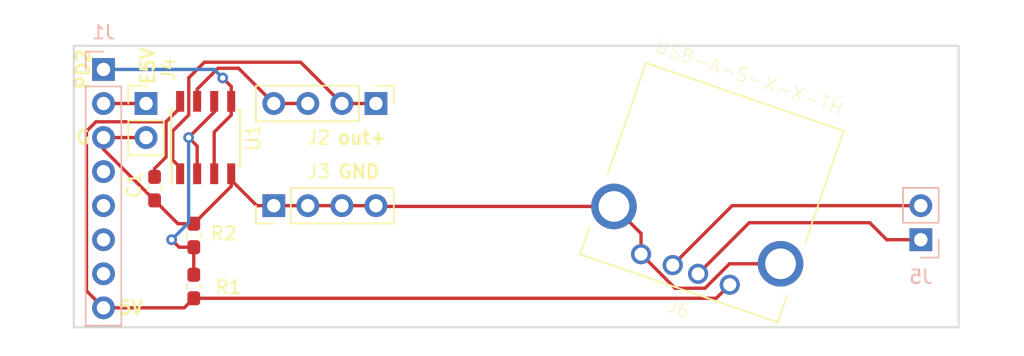
<source format=kicad_pcb>
(kicad_pcb (version 20171130) (host pcbnew "(5.0.0-rc2-178-g3c7b91b96)")

  (general
    (thickness 1.6)
    (drawings 10)
    (tracks 79)
    (zones 0)
    (modules 10)
    (nets 14)
  )

  (page A4)
  (layers
    (0 F.Cu signal)
    (31 B.Cu signal)
    (32 B.Adhes user)
    (33 F.Adhes user)
    (34 B.Paste user)
    (35 F.Paste user)
    (36 B.SilkS user)
    (37 F.SilkS user)
    (38 B.Mask user)
    (39 F.Mask user)
    (40 Dwgs.User user)
    (41 Cmts.User user)
    (42 Eco1.User user)
    (43 Eco2.User user)
    (44 Edge.Cuts user)
    (45 Margin user)
    (46 B.CrtYd user)
    (47 F.CrtYd user)
    (48 B.Fab user)
    (49 F.Fab user)
  )

  (setup
    (last_trace_width 0.25)
    (trace_clearance 0.2)
    (zone_clearance 0.508)
    (zone_45_only no)
    (trace_min 0.2)
    (segment_width 0.2)
    (edge_width 0.15)
    (via_size 0.8)
    (via_drill 0.4)
    (via_min_size 0.4)
    (via_min_drill 0.3)
    (uvia_size 0.3)
    (uvia_drill 0.1)
    (uvias_allowed no)
    (uvia_min_size 0.2)
    (uvia_min_drill 0.1)
    (pcb_text_width 0.3)
    (pcb_text_size 1.5 1.5)
    (mod_edge_width 0.15)
    (mod_text_size 1 1)
    (mod_text_width 0.15)
    (pad_size 1.524 1.524)
    (pad_drill 0.762)
    (pad_to_mask_clearance 0.2)
    (aux_axis_origin 0 0)
    (visible_elements 7FFFFFFF)
    (pcbplotparams
      (layerselection 0x010fc_ffffffff)
      (usegerberextensions true)
      (usegerberattributes false)
      (usegerberadvancedattributes false)
      (creategerberjobfile false)
      (excludeedgelayer true)
      (linewidth 0.100000)
      (plotframeref false)
      (viasonmask false)
      (mode 1)
      (useauxorigin false)
      (hpglpennumber 1)
      (hpglpenspeed 20)
      (hpglpendiameter 15.000000)
      (psnegative false)
      (psa4output false)
      (plotreference true)
      (plotvalue true)
      (plotinvisibletext false)
      (padsonsilk false)
      (subtractmaskfromsilk false)
      (outputformat 1)
      (mirror false)
      (drillshape 0)
      (scaleselection 1)
      (outputdirectory ""))
  )

  (net 0 "")
  (net 1 "Net-(J2-Pad1)")
  (net 2 "Net-(J2-Pad3)")
  (net 3 /5V)
  (net 4 "Net-(R1-Pad1)")
  (net 5 /G)
  (net 6 /PD2)
  (net 7 "Net-(J1-Pad2)")
  (net 8 "Net-(J1-Pad4)")
  (net 9 "Net-(J1-Pad5)")
  (net 10 "Net-(J1-Pad6)")
  (net 11 "Net-(J1-Pad7)")
  (net 12 /wit)
  (net 13 /geel)

  (net_class Default "This is the default net class."
    (clearance 0.2)
    (trace_width 0.25)
    (via_dia 0.8)
    (via_drill 0.4)
    (uvia_dia 0.3)
    (uvia_drill 0.1)
    (add_net /5V)
    (add_net /G)
    (add_net /PD2)
    (add_net /geel)
    (add_net /wit)
    (add_net "Net-(J1-Pad2)")
    (add_net "Net-(J1-Pad4)")
    (add_net "Net-(J1-Pad5)")
    (add_net "Net-(J1-Pad6)")
    (add_net "Net-(J1-Pad7)")
    (add_net "Net-(J2-Pad1)")
    (add_net "Net-(J2-Pad3)")
    (add_net "Net-(R1-Pad1)")
  )

  (module Connector_PinSocket_2.54mm:PinSocket_1x02_P2.54mm_Vertical (layer B.Cu) (tedit 5A19A420) (tstamp 5B6D0276)
    (at 170.18 77.47)
    (descr "Through hole straight socket strip, 1x02, 2.54mm pitch, single row (from Kicad 4.0.7), script generated")
    (tags "Through hole socket strip THT 1x02 2.54mm single row")
    (path /5B6D57D1)
    (fp_text reference J5 (at 0 2.77) (layer B.SilkS)
      (effects (font (size 1 1) (thickness 0.15)) (justify mirror))
    )
    (fp_text value Conn_01x02_Female (at 0 -5.31) (layer B.Fab)
      (effects (font (size 1 1) (thickness 0.15)) (justify mirror))
    )
    (fp_line (start -1.27 1.27) (end 0.635 1.27) (layer B.Fab) (width 0.1))
    (fp_line (start 0.635 1.27) (end 1.27 0.635) (layer B.Fab) (width 0.1))
    (fp_line (start 1.27 0.635) (end 1.27 -3.81) (layer B.Fab) (width 0.1))
    (fp_line (start 1.27 -3.81) (end -1.27 -3.81) (layer B.Fab) (width 0.1))
    (fp_line (start -1.27 -3.81) (end -1.27 1.27) (layer B.Fab) (width 0.1))
    (fp_line (start -1.33 -1.27) (end 1.33 -1.27) (layer B.SilkS) (width 0.12))
    (fp_line (start -1.33 -1.27) (end -1.33 -3.87) (layer B.SilkS) (width 0.12))
    (fp_line (start -1.33 -3.87) (end 1.33 -3.87) (layer B.SilkS) (width 0.12))
    (fp_line (start 1.33 -1.27) (end 1.33 -3.87) (layer B.SilkS) (width 0.12))
    (fp_line (start 1.33 1.33) (end 1.33 0) (layer B.SilkS) (width 0.12))
    (fp_line (start 0 1.33) (end 1.33 1.33) (layer B.SilkS) (width 0.12))
    (fp_line (start -1.8 1.8) (end 1.75 1.8) (layer B.CrtYd) (width 0.05))
    (fp_line (start 1.75 1.8) (end 1.75 -4.3) (layer B.CrtYd) (width 0.05))
    (fp_line (start 1.75 -4.3) (end -1.8 -4.3) (layer B.CrtYd) (width 0.05))
    (fp_line (start -1.8 -4.3) (end -1.8 1.8) (layer B.CrtYd) (width 0.05))
    (fp_text user %R (at 0 -1.27 -90) (layer B.Fab)
      (effects (font (size 1 1) (thickness 0.15)) (justify mirror))
    )
    (pad 1 thru_hole rect (at 0 0) (size 1.7 1.7) (drill 1) (layers *.Cu *.Mask)
      (net 12 /wit))
    (pad 2 thru_hole oval (at 0 -2.54) (size 1.7 1.7) (drill 1) (layers *.Cu *.Mask)
      (net 13 /geel))
    (model ${KISYS3DMOD}/Connector_PinSocket_2.54mm.3dshapes/PinSocket_1x02_P2.54mm_Vertical.wrl
      (at (xyz 0 0 0))
      (scale (xyz 1 1 1))
      (rotate (xyz 0 0 0))
    )
  )

  (module USB-A-S-X-X-TH:USB-A-S-X-X-TH (layer F.Cu) (tedit 0) (tstamp 5B6D073C)
    (at 153.506023 77.126042 161)
    (descr "USB-A, SINGLE THRU HOLE.")
    (path /5B6C71D9)
    (fp_text reference J6 (at -0.461509 -5.65362 161) (layer F.SilkS)
      (effects (font (size 1.00331 1.00331) (thickness 0.05)))
    )
    (fp_text value USB-A-S-X-X-TH (at 0.17548 12.3984 161) (layer F.SilkS)
      (effects (font (size 1.00271 1.00271) (thickness 0.05)))
    )
    (fp_line (start -7.800001 -2.08) (end -7.8 -4.2) (layer F.SilkS) (width 0.127))
    (fp_line (start -7.8 10.900001) (end -7.8 2.08) (layer F.SilkS) (width 0.127))
    (fp_line (start 7.8 10.9) (end -7.8 10.900001) (layer F.SilkS) (width 0.127))
    (fp_line (start 7.800001 2.08) (end 7.8 10.9) (layer F.SilkS) (width 0.127))
    (fp_line (start 7.8 -4.2) (end 7.8 -2.08) (layer F.SilkS) (width 0.127))
    (fp_line (start -7.8 -4.2) (end 7.8 -4.2) (layer F.SilkS) (width 0.127))
    (fp_line (start -7.3 10.4) (end -7.3 -3.7) (layer Dwgs.User) (width 0.127))
    (fp_line (start 7.3 10.4) (end -7.3 10.4) (layer Dwgs.User) (width 0.127))
    (fp_line (start 7.3 -3.7) (end 7.3 10.4) (layer Dwgs.User) (width 0.127))
    (fp_line (start -7.3 -3.7) (end 7.3 -3.7) (layer Dwgs.User) (width 0.127))
    (pad 6 thru_hole circle (at 6.57 0 161) (size 3.4 3.4) (drill 2.29) (layers *.Cu *.Mask)
      (net 5 /G))
    (pad 5 thru_hole circle (at -6.57 0 161) (size 3.4 3.4) (drill 2.29) (layers *.Cu *.Mask)
      (net 5 /G))
    (pad 4 thru_hole circle (at 3.5 -2.710001 161) (size 1.5 1.5) (drill 0.98) (layers *.Cu *.Mask)
      (net 5 /G))
    (pad 3 thru_hole circle (at 1 -2.71 161) (size 1.5 1.5) (drill 0.98) (layers *.Cu *.Mask)
      (net 13 /geel))
    (pad 2 thru_hole circle (at -1 -2.71 161) (size 1.5 1.5) (drill 0.98) (layers *.Cu *.Mask)
      (net 12 /wit))
    (pad 1 thru_hole circle (at -3.500001 -2.71 161) (size 1.5 1.5) (drill 0.98) (layers *.Cu *.Mask)
      (net 3 /5V))
  )

  (module Capacitor_SMD:C_0603_1608Metric_Pad1.05x0.95mm_HandSolder (layer F.Cu) (tedit 5B20DC38) (tstamp 5B7ABD81)
    (at 113.03 73.66 270)
    (descr "Capacitor SMD 0603 (1608 Metric), square (rectangular) end terminal, IPC_7351 nominal with elongated pad for handsoldering. (Body size source: http://www.tortai-tech.com/upload/download/2011102023233369053.pdf), generated with kicad-footprint-generator")
    (tags "capacitor handsolder")
    (path /5B6D1045)
    (attr smd)
    (fp_text reference C1 (at -0.254 1.524 270) (layer F.SilkS)
      (effects (font (size 1 1) (thickness 0.15)))
    )
    (fp_text value 1u (at 0 1.43 270) (layer F.Fab)
      (effects (font (size 1 1) (thickness 0.15)))
    )
    (fp_line (start -0.8 0.4) (end -0.8 -0.4) (layer F.Fab) (width 0.1))
    (fp_line (start -0.8 -0.4) (end 0.8 -0.4) (layer F.Fab) (width 0.1))
    (fp_line (start 0.8 -0.4) (end 0.8 0.4) (layer F.Fab) (width 0.1))
    (fp_line (start 0.8 0.4) (end -0.8 0.4) (layer F.Fab) (width 0.1))
    (fp_line (start -0.171267 -0.51) (end 0.171267 -0.51) (layer F.SilkS) (width 0.12))
    (fp_line (start -0.171267 0.51) (end 0.171267 0.51) (layer F.SilkS) (width 0.12))
    (fp_line (start -1.65 0.73) (end -1.65 -0.73) (layer F.CrtYd) (width 0.05))
    (fp_line (start -1.65 -0.73) (end 1.65 -0.73) (layer F.CrtYd) (width 0.05))
    (fp_line (start 1.65 -0.73) (end 1.65 0.73) (layer F.CrtYd) (width 0.05))
    (fp_line (start 1.65 0.73) (end -1.65 0.73) (layer F.CrtYd) (width 0.05))
    (fp_text user %R (at 0 0 270) (layer F.Fab)
      (effects (font (size 0.4 0.4) (thickness 0.06)))
    )
    (pad 1 smd roundrect (at -0.875 0 270) (size 1.05 0.95) (layers F.Cu F.Paste F.Mask) (roundrect_rratio 0.25)
      (net 3 /5V))
    (pad 2 smd roundrect (at 0.875 0 270) (size 1.05 0.95) (layers F.Cu F.Paste F.Mask) (roundrect_rratio 0.25)
      (net 5 /G))
    (model ${KISYS3DMOD}/Capacitor_SMD.3dshapes/C_0603_1608Metric.wrl
      (at (xyz 0 0 0))
      (scale (xyz 1 1 1))
      (rotate (xyz 0 0 0))
    )
  )

  (module Connector_PinHeader_2.54mm:PinHeader_1x02_P2.54mm_Vertical (layer F.Cu) (tedit 59FED5CC) (tstamp 5B7AAE25)
    (at 112.395 67.31)
    (descr "Through hole straight pin header, 1x02, 2.54mm pitch, single row")
    (tags "Through hole pin header THT 1x02 2.54mm single row")
    (path /5B6CF0FB)
    (fp_text reference J4 (at 1.651 -2.54 90) (layer F.SilkS)
      (effects (font (size 1 1) (thickness 0.15)))
    )
    (fp_text value Conn_01x02_Male (at 0 4.87) (layer F.Fab)
      (effects (font (size 1 1) (thickness 0.15)))
    )
    (fp_line (start -0.635 -1.27) (end 1.27 -1.27) (layer F.Fab) (width 0.1))
    (fp_line (start 1.27 -1.27) (end 1.27 3.81) (layer F.Fab) (width 0.1))
    (fp_line (start 1.27 3.81) (end -1.27 3.81) (layer F.Fab) (width 0.1))
    (fp_line (start -1.27 3.81) (end -1.27 -0.635) (layer F.Fab) (width 0.1))
    (fp_line (start -1.27 -0.635) (end -0.635 -1.27) (layer F.Fab) (width 0.1))
    (fp_line (start -1.33 3.87) (end 1.33 3.87) (layer F.SilkS) (width 0.12))
    (fp_line (start -1.33 1.27) (end -1.33 3.87) (layer F.SilkS) (width 0.12))
    (fp_line (start 1.33 1.27) (end 1.33 3.87) (layer F.SilkS) (width 0.12))
    (fp_line (start -1.33 1.27) (end 1.33 1.27) (layer F.SilkS) (width 0.12))
    (fp_line (start -1.33 0) (end -1.33 -1.33) (layer F.SilkS) (width 0.12))
    (fp_line (start -1.33 -1.33) (end 0 -1.33) (layer F.SilkS) (width 0.12))
    (fp_line (start -1.8 -1.8) (end -1.8 4.35) (layer F.CrtYd) (width 0.05))
    (fp_line (start -1.8 4.35) (end 1.8 4.35) (layer F.CrtYd) (width 0.05))
    (fp_line (start 1.8 4.35) (end 1.8 -1.8) (layer F.CrtYd) (width 0.05))
    (fp_line (start 1.8 -1.8) (end -1.8 -1.8) (layer F.CrtYd) (width 0.05))
    (fp_text user %R (at 0 1.27 90) (layer F.Fab)
      (effects (font (size 1 1) (thickness 0.15)))
    )
    (pad 1 thru_hole rect (at 0 0) (size 1.7 1.7) (drill 1) (layers *.Cu *.Mask)
      (net 7 "Net-(J1-Pad2)"))
    (pad 2 thru_hole oval (at 0 2.54) (size 1.7 1.7) (drill 1) (layers *.Cu *.Mask)
      (net 5 /G))
    (model ${KISYS3DMOD}/Connector_PinHeader_2.54mm.3dshapes/PinHeader_1x02_P2.54mm_Vertical.wrl
      (at (xyz 0 0 0))
      (scale (xyz 1 1 1))
      (rotate (xyz 0 0 0))
    )
  )

  (module Package_SO:SOIC-8_3.9x4.9mm_P1.27mm (layer F.Cu) (tedit 5A02F2D3) (tstamp 5B7708B1)
    (at 116.84 69.85 90)
    (descr "8-Lead Plastic Small Outline (SN) - Narrow, 3.90 mm Body [SOIC] (see Microchip Packaging Specification 00000049BS.pdf)")
    (tags "SOIC 1.27")
    (path /5B6C60D9)
    (attr smd)
    (fp_text reference U1 (at 0 3.556 90) (layer F.SilkS)
      (effects (font (size 1 1) (thickness 0.15)))
    )
    (fp_text value OPA2325 (at 0 3.5 90) (layer F.Fab)
      (effects (font (size 1 1) (thickness 0.15)))
    )
    (fp_text user %R (at 0 0 90) (layer F.Fab)
      (effects (font (size 1 1) (thickness 0.15)))
    )
    (fp_line (start -0.95 -2.45) (end 1.95 -2.45) (layer F.Fab) (width 0.1))
    (fp_line (start 1.95 -2.45) (end 1.95 2.45) (layer F.Fab) (width 0.1))
    (fp_line (start 1.95 2.45) (end -1.95 2.45) (layer F.Fab) (width 0.1))
    (fp_line (start -1.95 2.45) (end -1.95 -1.45) (layer F.Fab) (width 0.1))
    (fp_line (start -1.95 -1.45) (end -0.95 -2.45) (layer F.Fab) (width 0.1))
    (fp_line (start -3.73 -2.7) (end -3.73 2.7) (layer F.CrtYd) (width 0.05))
    (fp_line (start 3.73 -2.7) (end 3.73 2.7) (layer F.CrtYd) (width 0.05))
    (fp_line (start -3.73 -2.7) (end 3.73 -2.7) (layer F.CrtYd) (width 0.05))
    (fp_line (start -3.73 2.7) (end 3.73 2.7) (layer F.CrtYd) (width 0.05))
    (fp_line (start -2.075 -2.575) (end -2.075 -2.525) (layer F.SilkS) (width 0.15))
    (fp_line (start 2.075 -2.575) (end 2.075 -2.43) (layer F.SilkS) (width 0.15))
    (fp_line (start 2.075 2.575) (end 2.075 2.43) (layer F.SilkS) (width 0.15))
    (fp_line (start -2.075 2.575) (end -2.075 2.43) (layer F.SilkS) (width 0.15))
    (fp_line (start -2.075 -2.575) (end 2.075 -2.575) (layer F.SilkS) (width 0.15))
    (fp_line (start -2.075 2.575) (end 2.075 2.575) (layer F.SilkS) (width 0.15))
    (fp_line (start -2.075 -2.525) (end -3.475 -2.525) (layer F.SilkS) (width 0.15))
    (pad 1 smd rect (at -2.7 -1.905 90) (size 1.55 0.6) (layers F.Cu F.Paste F.Mask)
      (net 1 "Net-(J2-Pad1)"))
    (pad 2 smd rect (at -2.7 -0.635 90) (size 1.55 0.6) (layers F.Cu F.Paste F.Mask)
      (net 4 "Net-(R1-Pad1)"))
    (pad 3 smd rect (at -2.7 0.635 90) (size 1.55 0.6) (layers F.Cu F.Paste F.Mask)
      (net 6 /PD2))
    (pad 4 smd rect (at -2.7 1.905 90) (size 1.55 0.6) (layers F.Cu F.Paste F.Mask)
      (net 5 /G))
    (pad 5 smd rect (at 2.7 1.905 90) (size 1.55 0.6) (layers F.Cu F.Paste F.Mask)
      (net 6 /PD2))
    (pad 6 smd rect (at 2.7 0.635 90) (size 1.55 0.6) (layers F.Cu F.Paste F.Mask)
      (net 4 "Net-(R1-Pad1)"))
    (pad 7 smd rect (at 2.7 -0.635 90) (size 1.55 0.6) (layers F.Cu F.Paste F.Mask)
      (net 2 "Net-(J2-Pad3)"))
    (pad 8 smd rect (at 2.7 -1.905 90) (size 1.55 0.6) (layers F.Cu F.Paste F.Mask)
      (net 3 /5V))
    (model ${KISYS3DMOD}/Package_SO.3dshapes/SOIC-8_3.9x4.9mm_P1.27mm.wrl
      (at (xyz 0 0 0))
      (scale (xyz 1 1 1))
      (rotate (xyz 0 0 0))
    )
  )

  (module Connector_PinHeader_2.54mm:PinHeader_1x04_P2.54mm_Vertical (layer F.Cu) (tedit 59FED5CC) (tstamp 5B7708C9)
    (at 129.54 67.31 270)
    (descr "Through hole straight pin header, 1x04, 2.54mm pitch, single row")
    (tags "Through hole pin header THT 1x04 2.54mm single row")
    (path /5B6C68ED)
    (fp_text reference J2 (at 2.54 4.27) (layer F.SilkS)
      (effects (font (size 1 1) (thickness 0.15)))
    )
    (fp_text value Conn_01x04_Female (at 0 9.95 270) (layer F.Fab)
      (effects (font (size 1 1) (thickness 0.15)))
    )
    (fp_line (start -0.635 -1.27) (end 1.27 -1.27) (layer F.Fab) (width 0.1))
    (fp_line (start 1.27 -1.27) (end 1.27 8.89) (layer F.Fab) (width 0.1))
    (fp_line (start 1.27 8.89) (end -1.27 8.89) (layer F.Fab) (width 0.1))
    (fp_line (start -1.27 8.89) (end -1.27 -0.635) (layer F.Fab) (width 0.1))
    (fp_line (start -1.27 -0.635) (end -0.635 -1.27) (layer F.Fab) (width 0.1))
    (fp_line (start -1.33 8.95) (end 1.33 8.95) (layer F.SilkS) (width 0.12))
    (fp_line (start -1.33 1.27) (end -1.33 8.95) (layer F.SilkS) (width 0.12))
    (fp_line (start 1.33 1.27) (end 1.33 8.95) (layer F.SilkS) (width 0.12))
    (fp_line (start -1.33 1.27) (end 1.33 1.27) (layer F.SilkS) (width 0.12))
    (fp_line (start -1.33 0) (end -1.33 -1.33) (layer F.SilkS) (width 0.12))
    (fp_line (start -1.33 -1.33) (end 0 -1.33) (layer F.SilkS) (width 0.12))
    (fp_line (start -1.8 -1.8) (end -1.8 9.4) (layer F.CrtYd) (width 0.05))
    (fp_line (start -1.8 9.4) (end 1.8 9.4) (layer F.CrtYd) (width 0.05))
    (fp_line (start 1.8 9.4) (end 1.8 -1.8) (layer F.CrtYd) (width 0.05))
    (fp_line (start 1.8 -1.8) (end -1.8 -1.8) (layer F.CrtYd) (width 0.05))
    (fp_text user %R (at 0 3.81) (layer F.Fab)
      (effects (font (size 1 1) (thickness 0.15)))
    )
    (pad 1 thru_hole rect (at 0 0 270) (size 1.7 1.7) (drill 1) (layers *.Cu *.Mask)
      (net 1 "Net-(J2-Pad1)"))
    (pad 2 thru_hole oval (at 0 2.54 270) (size 1.7 1.7) (drill 1) (layers *.Cu *.Mask)
      (net 1 "Net-(J2-Pad1)"))
    (pad 3 thru_hole oval (at 0 5.08 270) (size 1.7 1.7) (drill 1) (layers *.Cu *.Mask)
      (net 2 "Net-(J2-Pad3)"))
    (pad 4 thru_hole oval (at 0 7.62 270) (size 1.7 1.7) (drill 1) (layers *.Cu *.Mask)
      (net 2 "Net-(J2-Pad3)"))
    (model ${KISYS3DMOD}/Connector_PinHeader_2.54mm.3dshapes/PinHeader_1x04_P2.54mm_Vertical.wrl
      (at (xyz 0 0 0))
      (scale (xyz 1 1 1))
      (rotate (xyz 0 0 0))
    )
  )

  (module Connector_PinHeader_2.54mm:PinHeader_1x04_P2.54mm_Vertical (layer F.Cu) (tedit 59FED5CC) (tstamp 5B7708E1)
    (at 121.92 74.93 90)
    (descr "Through hole straight pin header, 1x04, 2.54mm pitch, single row")
    (tags "Through hole pin header THT 1x04 2.54mm single row")
    (path /5B6C69AC)
    (fp_text reference J3 (at 2.54 3.35 180) (layer F.SilkS)
      (effects (font (size 1 1) (thickness 0.15)))
    )
    (fp_text value Conn_01x04_Female (at 0 9.95 90) (layer F.Fab)
      (effects (font (size 1 1) (thickness 0.15)))
    )
    (fp_line (start -0.635 -1.27) (end 1.27 -1.27) (layer F.Fab) (width 0.1))
    (fp_line (start 1.27 -1.27) (end 1.27 8.89) (layer F.Fab) (width 0.1))
    (fp_line (start 1.27 8.89) (end -1.27 8.89) (layer F.Fab) (width 0.1))
    (fp_line (start -1.27 8.89) (end -1.27 -0.635) (layer F.Fab) (width 0.1))
    (fp_line (start -1.27 -0.635) (end -0.635 -1.27) (layer F.Fab) (width 0.1))
    (fp_line (start -1.33 8.95) (end 1.33 8.95) (layer F.SilkS) (width 0.12))
    (fp_line (start -1.33 1.27) (end -1.33 8.95) (layer F.SilkS) (width 0.12))
    (fp_line (start 1.33 1.27) (end 1.33 8.95) (layer F.SilkS) (width 0.12))
    (fp_line (start -1.33 1.27) (end 1.33 1.27) (layer F.SilkS) (width 0.12))
    (fp_line (start -1.33 0) (end -1.33 -1.33) (layer F.SilkS) (width 0.12))
    (fp_line (start -1.33 -1.33) (end 0 -1.33) (layer F.SilkS) (width 0.12))
    (fp_line (start -1.8 -1.8) (end -1.8 9.4) (layer F.CrtYd) (width 0.05))
    (fp_line (start -1.8 9.4) (end 1.8 9.4) (layer F.CrtYd) (width 0.05))
    (fp_line (start 1.8 9.4) (end 1.8 -1.8) (layer F.CrtYd) (width 0.05))
    (fp_line (start 1.8 -1.8) (end -1.8 -1.8) (layer F.CrtYd) (width 0.05))
    (fp_text user %R (at 0 3.81 180) (layer F.Fab)
      (effects (font (size 1 1) (thickness 0.15)))
    )
    (pad 1 thru_hole rect (at 0 0 90) (size 1.7 1.7) (drill 1) (layers *.Cu *.Mask)
      (net 5 /G))
    (pad 2 thru_hole oval (at 0 2.54 90) (size 1.7 1.7) (drill 1) (layers *.Cu *.Mask)
      (net 5 /G))
    (pad 3 thru_hole oval (at 0 5.08 90) (size 1.7 1.7) (drill 1) (layers *.Cu *.Mask)
      (net 5 /G))
    (pad 4 thru_hole oval (at 0 7.62 90) (size 1.7 1.7) (drill 1) (layers *.Cu *.Mask)
      (net 5 /G))
    (model ${KISYS3DMOD}/Connector_PinHeader_2.54mm.3dshapes/PinHeader_1x04_P2.54mm_Vertical.wrl
      (at (xyz 0 0 0))
      (scale (xyz 1 1 1))
      (rotate (xyz 0 0 0))
    )
  )

  (module Connector_PinSocket_2.54mm:PinSocket_1x08_P2.54mm_Vertical (layer B.Cu) (tedit 5A19A420) (tstamp 5B79DAB4)
    (at 109.22 64.77 180)
    (descr "Through hole straight socket strip, 1x08, 2.54mm pitch, single row (from Kicad 4.0.7), script generated")
    (tags "Through hole socket strip THT 1x08 2.54mm single row")
    (path /5B6CD379)
    (fp_text reference J1 (at 0 2.77 180) (layer B.SilkS)
      (effects (font (size 1 1) (thickness 0.15)) (justify mirror))
    )
    (fp_text value Conn_01x08_Female (at 0 -20.55 180) (layer B.Fab)
      (effects (font (size 1 1) (thickness 0.15)) (justify mirror))
    )
    (fp_line (start -1.27 1.27) (end 0.635 1.27) (layer B.Fab) (width 0.1))
    (fp_line (start 0.635 1.27) (end 1.27 0.635) (layer B.Fab) (width 0.1))
    (fp_line (start 1.27 0.635) (end 1.27 -19.05) (layer B.Fab) (width 0.1))
    (fp_line (start 1.27 -19.05) (end -1.27 -19.05) (layer B.Fab) (width 0.1))
    (fp_line (start -1.27 -19.05) (end -1.27 1.27) (layer B.Fab) (width 0.1))
    (fp_line (start -1.33 -1.27) (end 1.33 -1.27) (layer B.SilkS) (width 0.12))
    (fp_line (start -1.33 -1.27) (end -1.33 -19.11) (layer B.SilkS) (width 0.12))
    (fp_line (start -1.33 -19.11) (end 1.33 -19.11) (layer B.SilkS) (width 0.12))
    (fp_line (start 1.33 -1.27) (end 1.33 -19.11) (layer B.SilkS) (width 0.12))
    (fp_line (start 1.33 1.33) (end 1.33 0) (layer B.SilkS) (width 0.12))
    (fp_line (start 0 1.33) (end 1.33 1.33) (layer B.SilkS) (width 0.12))
    (fp_line (start -1.8 1.8) (end 1.75 1.8) (layer B.CrtYd) (width 0.05))
    (fp_line (start 1.75 1.8) (end 1.75 -19.55) (layer B.CrtYd) (width 0.05))
    (fp_line (start 1.75 -19.55) (end -1.8 -19.55) (layer B.CrtYd) (width 0.05))
    (fp_line (start -1.8 -19.55) (end -1.8 1.8) (layer B.CrtYd) (width 0.05))
    (fp_text user %R (at 0 -8.89 90) (layer B.Fab)
      (effects (font (size 1 1) (thickness 0.15)) (justify mirror))
    )
    (pad 1 thru_hole rect (at 0 0 180) (size 1.7 1.7) (drill 1) (layers *.Cu *.Mask)
      (net 6 /PD2))
    (pad 2 thru_hole oval (at 0 -2.54 180) (size 1.7 1.7) (drill 1) (layers *.Cu *.Mask)
      (net 7 "Net-(J1-Pad2)"))
    (pad 3 thru_hole oval (at 0 -5.08 180) (size 1.7 1.7) (drill 1) (layers *.Cu *.Mask)
      (net 5 /G))
    (pad 4 thru_hole oval (at 0 -7.62 180) (size 1.7 1.7) (drill 1) (layers *.Cu *.Mask)
      (net 8 "Net-(J1-Pad4)"))
    (pad 5 thru_hole oval (at 0 -10.16 180) (size 1.7 1.7) (drill 1) (layers *.Cu *.Mask)
      (net 9 "Net-(J1-Pad5)"))
    (pad 6 thru_hole oval (at 0 -12.7 180) (size 1.7 1.7) (drill 1) (layers *.Cu *.Mask)
      (net 10 "Net-(J1-Pad6)"))
    (pad 7 thru_hole oval (at 0 -15.24 180) (size 1.7 1.7) (drill 1) (layers *.Cu *.Mask)
      (net 11 "Net-(J1-Pad7)"))
    (pad 8 thru_hole oval (at 0 -17.78 180) (size 1.7 1.7) (drill 1) (layers *.Cu *.Mask)
      (net 3 /5V))
    (model ${KISYS3DMOD}/Connector_PinSocket_2.54mm.3dshapes/PinSocket_1x08_P2.54mm_Vertical.wrl
      (at (xyz 0 0 0))
      (scale (xyz 1 1 1))
      (rotate (xyz 0 0 0))
    )
  )

  (module Resistor_SMD:R_0603_1608Metric_Pad1.05x0.95mm_HandSolder (layer F.Cu) (tedit 5B20DC38) (tstamp 5B77179B)
    (at 115.95323 77.151859 90)
    (descr "Resistor SMD 0603 (1608 Metric), square (rectangular) end terminal, IPC_7351 nominal with elongated pad for handsoldering. (Body size source: http://www.tortai-tech.com/upload/download/2011102023233369053.pdf), generated with kicad-footprint-generator")
    (tags "resistor handsolder")
    (path /5B6C877C)
    (attr smd)
    (fp_text reference R2 (at 0.151859 2.23) (layer F.SilkS)
      (effects (font (size 1 1) (thickness 0.15)))
    )
    (fp_text value 1k5 (at 0 1.43 90) (layer F.Fab)
      (effects (font (size 1 1) (thickness 0.15)))
    )
    (fp_text user %R (at 0 0 90) (layer F.Fab)
      (effects (font (size 0.4 0.4) (thickness 0.06)))
    )
    (fp_line (start 1.65 0.73) (end -1.65 0.73) (layer F.CrtYd) (width 0.05))
    (fp_line (start 1.65 -0.73) (end 1.65 0.73) (layer F.CrtYd) (width 0.05))
    (fp_line (start -1.65 -0.73) (end 1.65 -0.73) (layer F.CrtYd) (width 0.05))
    (fp_line (start -1.65 0.73) (end -1.65 -0.73) (layer F.CrtYd) (width 0.05))
    (fp_line (start -0.171267 0.51) (end 0.171267 0.51) (layer F.SilkS) (width 0.12))
    (fp_line (start -0.171267 -0.51) (end 0.171267 -0.51) (layer F.SilkS) (width 0.12))
    (fp_line (start 0.8 0.4) (end -0.8 0.4) (layer F.Fab) (width 0.1))
    (fp_line (start 0.8 -0.4) (end 0.8 0.4) (layer F.Fab) (width 0.1))
    (fp_line (start -0.8 -0.4) (end 0.8 -0.4) (layer F.Fab) (width 0.1))
    (fp_line (start -0.8 0.4) (end -0.8 -0.4) (layer F.Fab) (width 0.1))
    (pad 2 smd roundrect (at 0.875 0 90) (size 1.05 0.95) (layers F.Cu F.Paste F.Mask) (roundrect_rratio 0.25)
      (net 5 /G))
    (pad 1 smd roundrect (at -0.875 0 90) (size 1.05 0.95) (layers F.Cu F.Paste F.Mask) (roundrect_rratio 0.25)
      (net 4 "Net-(R1-Pad1)"))
    (model ${KISYS3DMOD}/Resistor_SMD.3dshapes/R_0603_1608Metric.wrl
      (at (xyz 0 0 0))
      (scale (xyz 1 1 1))
      (rotate (xyz 0 0 0))
    )
  )

  (module Resistor_SMD:R_0603_1608Metric_Pad1.05x0.95mm_HandSolder (layer F.Cu) (tedit 5B20DC38) (tstamp 5B77178A)
    (at 115.95323 80.961859 270)
    (descr "Resistor SMD 0603 (1608 Metric), square (rectangular) end terminal, IPC_7351 nominal with elongated pad for handsoldering. (Body size source: http://www.tortai-tech.com/upload/download/2011102023233369053.pdf), generated with kicad-footprint-generator")
    (tags "resistor handsolder")
    (path /5B6C87FC)
    (attr smd)
    (fp_text reference R1 (at 0.038141 -2.58677) (layer F.SilkS)
      (effects (font (size 1 1) (thickness 0.15)))
    )
    (fp_text value 1k5 (at 0 1.43 270) (layer F.Fab)
      (effects (font (size 1 1) (thickness 0.15)))
    )
    (fp_line (start -0.8 0.4) (end -0.8 -0.4) (layer F.Fab) (width 0.1))
    (fp_line (start -0.8 -0.4) (end 0.8 -0.4) (layer F.Fab) (width 0.1))
    (fp_line (start 0.8 -0.4) (end 0.8 0.4) (layer F.Fab) (width 0.1))
    (fp_line (start 0.8 0.4) (end -0.8 0.4) (layer F.Fab) (width 0.1))
    (fp_line (start -0.171267 -0.51) (end 0.171267 -0.51) (layer F.SilkS) (width 0.12))
    (fp_line (start -0.171267 0.51) (end 0.171267 0.51) (layer F.SilkS) (width 0.12))
    (fp_line (start -1.65 0.73) (end -1.65 -0.73) (layer F.CrtYd) (width 0.05))
    (fp_line (start -1.65 -0.73) (end 1.65 -0.73) (layer F.CrtYd) (width 0.05))
    (fp_line (start 1.65 -0.73) (end 1.65 0.73) (layer F.CrtYd) (width 0.05))
    (fp_line (start 1.65 0.73) (end -1.65 0.73) (layer F.CrtYd) (width 0.05))
    (fp_text user %R (at 0 0 270) (layer F.Fab)
      (effects (font (size 0.4 0.4) (thickness 0.06)))
    )
    (pad 1 smd roundrect (at -0.875 0 270) (size 1.05 0.95) (layers F.Cu F.Paste F.Mask) (roundrect_rratio 0.25)
      (net 4 "Net-(R1-Pad1)"))
    (pad 2 smd roundrect (at 0.875 0 270) (size 1.05 0.95) (layers F.Cu F.Paste F.Mask) (roundrect_rratio 0.25)
      (net 3 /5V))
    (model ${KISYS3DMOD}/Resistor_SMD.3dshapes/R_0603_1608Metric.wrl
      (at (xyz 0 0 0))
      (scale (xyz 1 1 1))
      (rotate (xyz 0 0 0))
    )
  )

  (gr_line (start 173 63) (end 173 84) (layer Edge.Cuts) (width 0.15))
  (gr_text E5V (at 112.522 64.516 90) (layer F.SilkS)
    (effects (font (size 1 1) (thickness 0.2)))
  )
  (gr_text G (at 107.696 69.85) (layer F.SilkS) (tstamp 5B7AAFA9)
    (effects (font (size 1 1) (thickness 0.2)))
  )
  (gr_text 5V (at 111.252 82.55) (layer F.SilkS)
    (effects (font (size 1 1) (thickness 0.2)))
  )
  (gr_text PD2 (at 107.696 64.77 90) (layer F.SilkS)
    (effects (font (size 1 1) (thickness 0.2)))
  )
  (gr_text out+ (at 128.524 69.85) (layer F.SilkS)
    (effects (font (size 1 1) (thickness 0.2)))
  )
  (gr_text GND (at 128.27 72.39) (layer F.SilkS)
    (effects (font (size 1 1) (thickness 0.2)))
  )
  (gr_line (start 107 84) (end 107 63) (layer Edge.Cuts) (width 0.15))
  (gr_line (start 173 84) (end 107 84) (layer Edge.Cuts) (width 0.15))
  (gr_line (start 107 63) (end 173 63) (layer Edge.Cuts) (width 0.15))

  (segment (start 129.54 67.31) (end 127 67.31) (width 0.25) (layer F.Cu) (net 1))
  (segment (start 114.935 72.075) (end 114.935 72.55) (width 0.25) (layer F.Cu) (net 1))
  (segment (start 123.91999 64.22999) (end 116.74501 64.22999) (width 0.25) (layer F.Cu) (net 1))
  (segment (start 127 67.31) (end 123.91999 64.22999) (width 0.25) (layer F.Cu) (net 1))
  (segment (start 116.74501 64.22999) (end 115.579999 65.395001) (width 0.25) (layer F.Cu) (net 1))
  (segment (start 114.385 71.525) (end 114.935 72.075) (width 0.25) (layer F.Cu) (net 1))
  (segment (start 115.579999 65.395001) (end 115.579999 68.165003) (width 0.25) (layer F.Cu) (net 1))
  (segment (start 115.579999 68.165003) (end 114.385 69.360002) (width 0.25) (layer F.Cu) (net 1))
  (segment (start 114.385 69.360002) (end 114.385 71.525) (width 0.25) (layer F.Cu) (net 1))
  (segment (start 121.070001 66.460001) (end 121.92 67.31) (width 0.25) (layer F.Cu) (net 2))
  (segment (start 119.289999 64.679999) (end 121.070001 66.460001) (width 0.25) (layer F.Cu) (net 2))
  (segment (start 116.205 66.236998) (end 117.761999 64.679999) (width 0.25) (layer F.Cu) (net 2))
  (segment (start 116.205 67.15) (end 116.205 66.236998) (width 0.25) (layer F.Cu) (net 2))
  (segment (start 121.92 67.31) (end 124.46 67.31) (width 0.25) (layer F.Cu) (net 2))
  (segment (start 117.761999 64.679999) (end 119.289999 64.679999) (width 0.25) (layer F.Cu) (net 2))
  (segment (start 112.700089 82.55) (end 109.22 82.55) (width 0.25) (layer F.Cu) (net 3))
  (segment (start 115.95323 81.836859) (end 115.240089 82.55) (width 0.25) (layer F.Cu) (net 3))
  (segment (start 115.240089 82.55) (end 112.700089 82.55) (width 0.25) (layer F.Cu) (net 3))
  (segment (start 107.95 81.28) (end 109.22 82.55) (width 0.25) (layer F.Cu) (net 3))
  (segment (start 107.95 69.380998) (end 107.95 81.28) (width 0.25) (layer F.Cu) (net 3))
  (segment (start 108.655999 68.674999) (end 107.95 69.380998) (width 0.25) (layer F.Cu) (net 3))
  (segment (start 113.885001 68.674999) (end 108.655999 68.674999) (width 0.25) (layer F.Cu) (net 3))
  (segment (start 114.935 67.625) (end 113.885001 68.674999) (width 0.25) (layer F.Cu) (net 3))
  (segment (start 114.935 67.15) (end 114.935 67.625) (width 0.25) (layer F.Cu) (net 3))
  (segment (start 113.885001 71.304999) (end 113.885001 68.674999) (width 0.25) (layer F.Cu) (net 3))
  (segment (start 113.03 72.16) (end 113.885001 71.304999) (width 0.25) (layer F.Cu) (net 3))
  (segment (start 113.03 72.785) (end 113.03 72.16) (width 0.25) (layer F.Cu) (net 3))
  (segment (start 154.924076 81.836859) (end 155.933049 80.827886) (width 0.25) (layer F.Cu) (net 3))
  (segment (start 115.95323 81.836859) (end 154.924076 81.836859) (width 0.25) (layer F.Cu) (net 3))
  (segment (start 115.95323 78.026859) (end 115.95323 80.086859) (width 0.25) (layer F.Cu) (net 4))
  (via (at 114.3 77.47) (size 0.8) (drill 0.4) (layers F.Cu B.Cu) (net 4))
  (segment (start 115.95323 78.026859) (end 114.856859 78.026859) (width 0.25) (layer F.Cu) (net 4))
  (segment (start 114.856859 78.026859) (end 114.3 77.47) (width 0.25) (layer F.Cu) (net 4))
  (via (at 115.57 69.85) (size 0.8) (drill 0.4) (layers F.Cu B.Cu) (net 4))
  (segment (start 114.3 77.47) (end 115.57 76.2) (width 0.25) (layer B.Cu) (net 4))
  (segment (start 115.57 76.2) (end 115.57 69.85) (width 0.25) (layer B.Cu) (net 4))
  (segment (start 116.205 70.485) (end 115.57 69.85) (width 0.25) (layer F.Cu) (net 4))
  (segment (start 116.205 72.55) (end 116.205 70.485) (width 0.25) (layer F.Cu) (net 4))
  (segment (start 115.969999 69.450001) (end 115.57 69.85) (width 0.25) (layer F.Cu) (net 4))
  (segment (start 117.475 67.945) (end 115.969999 69.450001) (width 0.25) (layer F.Cu) (net 4))
  (segment (start 117.475 67.15) (end 117.475 67.945) (width 0.25) (layer F.Cu) (net 4))
  (segment (start 118.745 73.485089) (end 118.745 72.55) (width 0.25) (layer F.Cu) (net 5))
  (segment (start 115.95323 76.276859) (end 118.745 73.485089) (width 0.25) (layer F.Cu) (net 5))
  (segment (start 121.92 74.93) (end 124.46 74.93) (width 0.25) (layer F.Cu) (net 5))
  (segment (start 124.46 74.93) (end 127 74.93) (width 0.25) (layer F.Cu) (net 5))
  (segment (start 127 74.93) (end 129.54 74.93) (width 0.25) (layer F.Cu) (net 5))
  (segment (start 118.745 73.025) (end 118.745 72.55) (width 0.25) (layer F.Cu) (net 5))
  (segment (start 120.65 74.93) (end 118.745 73.025) (width 0.25) (layer F.Cu) (net 5))
  (segment (start 121.92 74.93) (end 120.65 74.93) (width 0.25) (layer F.Cu) (net 5))
  (segment (start 112.395 69.85) (end 109.22 69.85) (width 0.25) (layer F.Cu) (net 5))
  (segment (start 114.771859 76.276859) (end 113.03 74.535) (width 0.25) (layer F.Cu) (net 5))
  (segment (start 115.95323 76.276859) (end 114.771859 76.276859) (width 0.25) (layer F.Cu) (net 5))
  (segment (start 109.22 70.725) (end 109.22 69.85) (width 0.25) (layer F.Cu) (net 5))
  (segment (start 113.03 74.535) (end 109.22 70.725) (width 0.25) (layer F.Cu) (net 5))
  (segment (start 150.064417 79.298909) (end 149.314418 78.54891) (width 0.25) (layer F.Cu) (net 5))
  (segment (start 151.854475 81.088967) (end 150.064417 79.298909) (width 0.25) (layer F.Cu) (net 5))
  (segment (start 154.085253 81.088967) (end 151.854475 81.088967) (width 0.25) (layer F.Cu) (net 5))
  (segment (start 155.909195 79.265025) (end 154.085253 81.088967) (width 0.25) (layer F.Cu) (net 5))
  (segment (start 159.71808 79.265025) (end 155.909195 79.265025) (width 0.25) (layer F.Cu) (net 5))
  (segment (start 149.314418 77.007511) (end 147.293966 74.987059) (width 0.25) (layer F.Cu) (net 5))
  (segment (start 149.314418 78.54891) (end 149.314418 77.007511) (width 0.25) (layer F.Cu) (net 5))
  (segment (start 129.597059 74.987059) (end 129.54 74.93) (width 0.25) (layer F.Cu) (net 5))
  (segment (start 147.293966 74.987059) (end 129.597059 74.987059) (width 0.25) (layer F.Cu) (net 5))
  (segment (start 117.475 71.525) (end 117.475 72.55) (width 0.25) (layer F.Cu) (net 6))
  (segment (start 117.475 69.445) (end 117.475 71.525) (width 0.25) (layer F.Cu) (net 6))
  (segment (start 118.745 68.175) (end 117.475 69.445) (width 0.25) (layer F.Cu) (net 6))
  (segment (start 118.745 67.15) (end 118.745 68.175) (width 0.25) (layer F.Cu) (net 6))
  (via (at 118.11 65.405) (size 0.8) (drill 0.4) (layers F.Cu B.Cu) (net 6))
  (segment (start 118.745 67.15) (end 118.745 66.04) (width 0.25) (layer F.Cu) (net 6))
  (segment (start 118.745 66.04) (end 118.11 65.405) (width 0.25) (layer F.Cu) (net 6))
  (segment (start 117.475 64.77) (end 118.11 65.405) (width 0.25) (layer B.Cu) (net 6))
  (segment (start 109.22 64.77) (end 117.475 64.77) (width 0.25) (layer B.Cu) (net 6))
  (segment (start 112.395 67.31) (end 109.22 67.31) (width 0.25) (layer F.Cu) (net 7))
  (segment (start 170.18 77.47) (end 167.64 77.47) (width 0.25) (layer F.Cu) (net 12))
  (segment (start 167.64 77.47) (end 166.37 76.2) (width 0.25) (layer F.Cu) (net 12))
  (segment (start 157.383218 76.2) (end 153.569252 80.013966) (width 0.25) (layer F.Cu) (net 12))
  (segment (start 166.37 76.2) (end 157.383218 76.2) (width 0.25) (layer F.Cu) (net 12))
  (segment (start 156.111044 74.93) (end 151.678215 79.362829) (width 0.25) (layer F.Cu) (net 13))
  (segment (start 170.18 74.93) (end 156.111044 74.93) (width 0.25) (layer F.Cu) (net 13))

)

</source>
